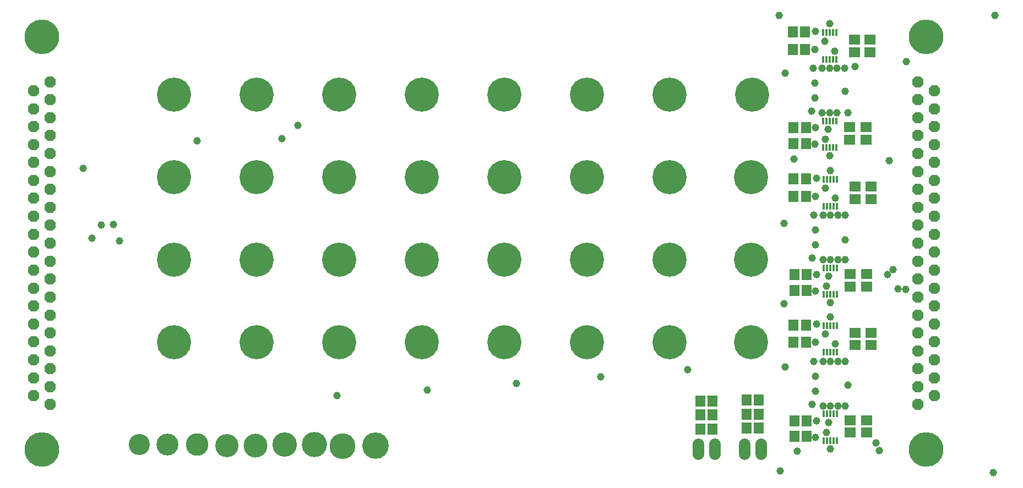
<source format=gts>
G75*
%MOIN*%
%OFA0B0*%
%FSLAX25Y25*%
%IPPOS*%
%LPD*%
%AMOC8*
5,1,8,0,0,1.08239X$1,22.5*
%
%ADD10R,0.06890X0.06102*%
%ADD11C,0.06984*%
%ADD12C,0.20669*%
%ADD13R,0.01575X0.04331*%
%ADD14OC8,0.06984*%
%ADD15C,0.20984*%
%ADD16R,0.06102X0.06890*%
%ADD17C,0.04559*%
%ADD18C,0.12795*%
%ADD19C,0.13252*%
%ADD20C,0.13646*%
%ADD21C,0.14039*%
%ADD22C,0.14433*%
%ADD23C,0.14827*%
%ADD24C,0.15220*%
%ADD25C,0.15614*%
%ADD26C,0.16008*%
D10*
X0561300Y0054760D03*
X0561300Y0062240D03*
X0571300Y0062240D03*
X0571300Y0054760D03*
X0573800Y0107760D03*
X0564300Y0107760D03*
X0564300Y0115240D03*
X0573800Y0115240D03*
X0571300Y0143260D03*
X0561300Y0143260D03*
X0561300Y0150740D03*
X0571300Y0150740D03*
X0573800Y0196260D03*
X0564300Y0196260D03*
X0564300Y0203740D03*
X0573800Y0203740D03*
X0570800Y0232260D03*
X0570800Y0239740D03*
X0560800Y0239740D03*
X0560800Y0232260D03*
X0563800Y0285260D03*
X0573300Y0285260D03*
X0573300Y0292740D03*
X0563800Y0292740D03*
D11*
X0507300Y0048000D02*
X0507300Y0042000D01*
X0497300Y0042000D02*
X0497300Y0048000D01*
X0479300Y0048000D02*
X0479300Y0042000D01*
X0469300Y0042000D02*
X0469300Y0048000D01*
D12*
X0451800Y0109500D03*
X0501300Y0109500D03*
X0401800Y0109500D03*
X0351800Y0109500D03*
X0301800Y0109500D03*
X0251800Y0109500D03*
X0201800Y0109500D03*
X0151800Y0109500D03*
X0151800Y0159500D03*
X0201800Y0159500D03*
X0251800Y0159500D03*
X0301800Y0159500D03*
X0351800Y0159500D03*
X0401800Y0159500D03*
X0451800Y0159500D03*
X0501300Y0159500D03*
X0501300Y0209500D03*
X0451800Y0209500D03*
X0401800Y0209500D03*
X0351800Y0209500D03*
X0301800Y0209500D03*
X0251800Y0209500D03*
X0201800Y0209500D03*
X0151800Y0209500D03*
X0151800Y0259500D03*
X0201800Y0259500D03*
X0251800Y0259500D03*
X0301800Y0259500D03*
X0351800Y0259500D03*
X0401800Y0259500D03*
X0451800Y0259500D03*
X0501800Y0259500D03*
D13*
X0544863Y0243571D03*
X0546831Y0243571D03*
X0548800Y0243571D03*
X0550769Y0243571D03*
X0552737Y0243571D03*
X0552737Y0227429D03*
X0550769Y0227429D03*
X0548800Y0227429D03*
X0546831Y0227429D03*
X0544863Y0227429D03*
X0545363Y0208071D03*
X0547331Y0208071D03*
X0549300Y0208071D03*
X0551269Y0208071D03*
X0553237Y0208071D03*
X0553237Y0191929D03*
X0551269Y0191929D03*
X0549300Y0191929D03*
X0547331Y0191929D03*
X0545363Y0191929D03*
X0545363Y0154571D03*
X0547331Y0154571D03*
X0549300Y0154571D03*
X0551269Y0154571D03*
X0553237Y0154571D03*
X0553237Y0138429D03*
X0551269Y0138429D03*
X0549300Y0138429D03*
X0547331Y0138429D03*
X0545363Y0138429D03*
X0545363Y0119571D03*
X0547331Y0119571D03*
X0549300Y0119571D03*
X0551269Y0119571D03*
X0553237Y0119571D03*
X0553237Y0103429D03*
X0551269Y0103429D03*
X0549300Y0103429D03*
X0547331Y0103429D03*
X0545363Y0103429D03*
X0545363Y0066071D03*
X0547331Y0066071D03*
X0549300Y0066071D03*
X0551269Y0066071D03*
X0553237Y0066071D03*
X0553237Y0049929D03*
X0551269Y0049929D03*
X0549300Y0049929D03*
X0547331Y0049929D03*
X0545363Y0049929D03*
X0544863Y0280929D03*
X0546831Y0280929D03*
X0548800Y0280929D03*
X0550769Y0280929D03*
X0552737Y0280929D03*
X0552737Y0297071D03*
X0550769Y0297071D03*
X0548800Y0297071D03*
X0546831Y0297071D03*
X0544863Y0297071D03*
D14*
X0602300Y0267300D03*
X0612300Y0261900D03*
X0602300Y0256400D03*
X0612300Y0251000D03*
X0602300Y0245600D03*
X0612300Y0240100D03*
X0602300Y0234700D03*
X0612300Y0229300D03*
X0602300Y0223800D03*
X0612300Y0218400D03*
X0602300Y0213000D03*
X0612300Y0207500D03*
X0602300Y0202100D03*
X0612300Y0196700D03*
X0602300Y0191200D03*
X0612300Y0185800D03*
X0602300Y0180400D03*
X0612300Y0174900D03*
X0602300Y0169500D03*
X0612300Y0164100D03*
X0602300Y0158600D03*
X0612300Y0153200D03*
X0602300Y0147800D03*
X0612300Y0142300D03*
X0602300Y0136900D03*
X0612300Y0131500D03*
X0602300Y0126000D03*
X0612300Y0120600D03*
X0602300Y0115100D03*
X0612300Y0109700D03*
X0602300Y0104300D03*
X0612300Y0098800D03*
X0602300Y0093400D03*
X0612300Y0088000D03*
X0602300Y0082500D03*
X0612300Y0077100D03*
X0602300Y0071700D03*
X0076800Y0071700D03*
X0066800Y0077100D03*
X0076800Y0082600D03*
X0066800Y0088000D03*
X0076800Y0093400D03*
X0066800Y0098900D03*
X0076800Y0104300D03*
X0066800Y0109700D03*
X0076800Y0115200D03*
X0066800Y0120600D03*
X0076800Y0126000D03*
X0066800Y0131500D03*
X0076800Y0136900D03*
X0066800Y0142300D03*
X0076800Y0147800D03*
X0066800Y0153200D03*
X0076800Y0158600D03*
X0066800Y0164100D03*
X0076800Y0169500D03*
X0066800Y0174900D03*
X0076800Y0180400D03*
X0066800Y0185800D03*
X0076800Y0191200D03*
X0066800Y0196700D03*
X0076800Y0202100D03*
X0066800Y0207600D03*
X0076800Y0213000D03*
X0066800Y0218400D03*
X0076800Y0223900D03*
X0066800Y0229300D03*
X0076800Y0234700D03*
X0066800Y0240200D03*
X0076800Y0245600D03*
X0066800Y0251000D03*
X0076800Y0256500D03*
X0066800Y0261900D03*
X0076800Y0267300D03*
D15*
X0071800Y0044500D03*
X0607300Y0044500D03*
X0607300Y0294500D03*
X0071800Y0294500D03*
D16*
X0526560Y0297500D03*
X0534040Y0297500D03*
X0534040Y0287000D03*
X0526560Y0287000D03*
X0527060Y0239500D03*
X0534540Y0239500D03*
X0534540Y0230000D03*
X0527060Y0230000D03*
X0527060Y0208500D03*
X0534540Y0208500D03*
X0534540Y0198000D03*
X0527060Y0198000D03*
X0527560Y0150500D03*
X0535040Y0150500D03*
X0535040Y0141000D03*
X0527560Y0141000D03*
X0527060Y0120000D03*
X0534540Y0120000D03*
X0534540Y0109500D03*
X0527060Y0109500D03*
X0506040Y0074500D03*
X0498560Y0074500D03*
X0498560Y0066000D03*
X0506040Y0066000D03*
X0506040Y0057500D03*
X0498560Y0057500D03*
X0478040Y0057000D03*
X0470560Y0057000D03*
X0470560Y0065500D03*
X0478040Y0065500D03*
X0478040Y0074000D03*
X0470560Y0074000D03*
X0527560Y0062000D03*
X0535040Y0062000D03*
X0535040Y0052500D03*
X0527560Y0052500D03*
D17*
X0540300Y0052000D03*
X0546800Y0055000D03*
X0548300Y0061000D03*
X0540800Y0062000D03*
X0544800Y0071000D03*
X0549300Y0071000D03*
X0553800Y0071000D03*
X0558300Y0071000D03*
X0538300Y0072000D03*
X0540300Y0080000D03*
X0540300Y0089000D03*
X0521800Y0094500D03*
X0539300Y0098000D03*
X0544800Y0098000D03*
X0549300Y0098000D03*
X0553800Y0098000D03*
X0558300Y0098000D03*
X0552300Y0108500D03*
X0546300Y0114500D03*
X0540300Y0109500D03*
X0540800Y0120500D03*
X0549300Y0125000D03*
X0549300Y0133500D03*
X0540300Y0140500D03*
X0546800Y0143500D03*
X0548300Y0149500D03*
X0540800Y0150500D03*
X0544800Y0159500D03*
X0549300Y0159500D03*
X0553800Y0159500D03*
X0558300Y0159500D03*
X0558300Y0171500D03*
X0540300Y0168500D03*
X0538300Y0160500D03*
X0540300Y0177500D03*
X0539300Y0186500D03*
X0544800Y0186500D03*
X0549300Y0186500D03*
X0553800Y0186500D03*
X0558300Y0186500D03*
X0552300Y0197000D03*
X0546300Y0203000D03*
X0540300Y0198000D03*
X0540800Y0209000D03*
X0549300Y0213500D03*
X0548800Y0222500D03*
X0539800Y0229500D03*
X0546300Y0232500D03*
X0547800Y0238500D03*
X0540300Y0239500D03*
X0544300Y0248500D03*
X0548800Y0248500D03*
X0553300Y0248500D03*
X0559800Y0248500D03*
X0539800Y0257500D03*
X0537800Y0249500D03*
X0558300Y0261500D03*
X0539800Y0266500D03*
X0521800Y0272500D03*
X0538800Y0275500D03*
X0544300Y0275500D03*
X0548800Y0275500D03*
X0553300Y0275500D03*
X0557800Y0275500D03*
X0564300Y0276500D03*
X0551800Y0286000D03*
X0545800Y0292000D03*
X0539800Y0287000D03*
X0540300Y0298000D03*
X0548800Y0302500D03*
X0518300Y0307500D03*
X0595300Y0279500D03*
X0648800Y0307500D03*
X0584800Y0219500D03*
X0527300Y0220500D03*
X0521300Y0181500D03*
X0583800Y0150500D03*
X0587300Y0153500D03*
X0590300Y0142000D03*
X0594800Y0141500D03*
X0521300Y0133000D03*
X0462800Y0093000D03*
X0410300Y0088500D03*
X0359300Y0084500D03*
X0305300Y0080500D03*
X0250700Y0077100D03*
X0118800Y0171000D03*
X0102300Y0172500D03*
X0107800Y0180500D03*
X0115300Y0181000D03*
X0096800Y0215000D03*
X0165800Y0231500D03*
X0217300Y0233000D03*
X0226800Y0241000D03*
X0559800Y0083500D03*
X0576800Y0048500D03*
X0578800Y0044000D03*
X0549300Y0045000D03*
X0529300Y0043500D03*
X0518800Y0031500D03*
X0647800Y0030500D03*
D18*
X0130800Y0047500D03*
D19*
X0147800Y0047500D03*
D20*
X0165800Y0047500D03*
D21*
X0183800Y0047000D03*
D22*
X0201300Y0047000D03*
D23*
X0218800Y0047500D03*
D24*
X0236800Y0047500D03*
D25*
X0253800Y0046500D03*
D26*
X0273800Y0047000D03*
M02*

</source>
